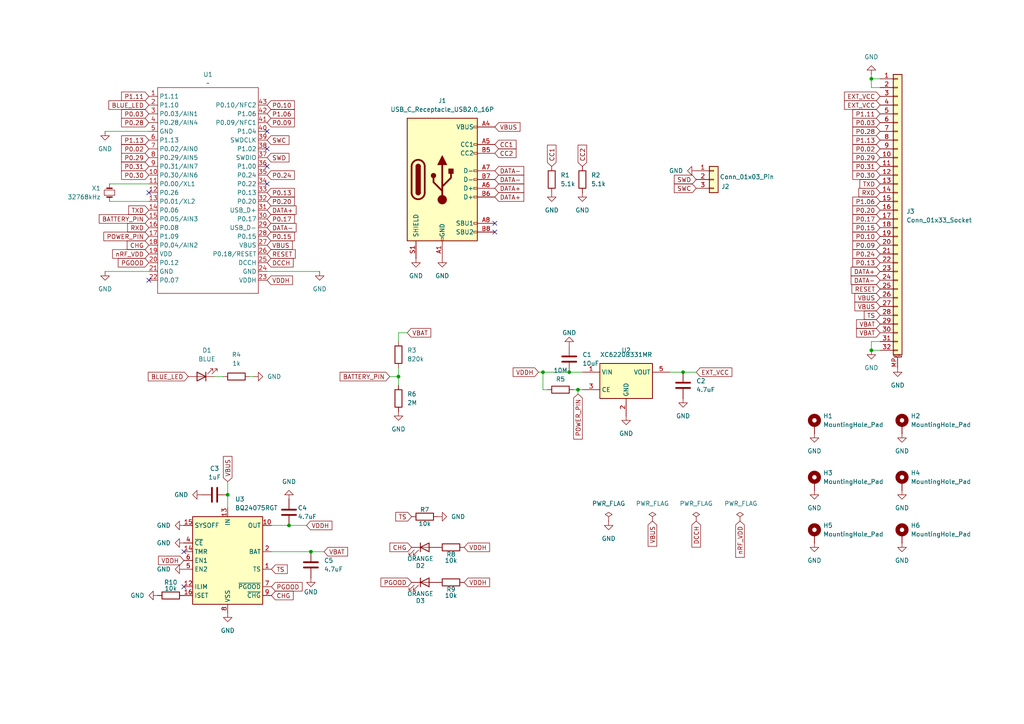
<source format=kicad_sch>
(kicad_sch (version 20250114) (generator "eeschema") (generator_version "9.0")
  (paper "A4")
  (lib_symbols
    (symbol "Battery_Management:BQ24075RGT"
      (property "Reference" "U" (at -8.89 13.97 0))
      (property "Value" "BQ24075RGT" (at 16.51 13.97 0))
      (symbol "BQ24075RGT_1_1"
        (pin input line (at -12.7 10.16 0) (length 2.54) (name "SYSOFF") (number "15"))
        (pin input line (at -12.7 5.08 0) (length 2.54) (name "~{CE}") (number "4"))
        (pin input line (at -12.7 2.54 0) (length 2.54) (name "TMR") (number "14"))
        (pin input line (at -12.7 0 0) (length 2.54) (name "EN1") (number "6"))
        (pin input line (at -12.7 -2.54 0) (length 2.54) (name "EN2") (number "5"))
        (pin passive line (at -12.7 -7.62 0) (length 2.54) (name "ILIM") (number "12"))
        (pin passive line (at -12.7 -10.16 0) (length 2.54) (name "ISET") (number "16"))
        (pin power_in line (at 0 15.24 270) (length 2.54) (name "IN") (number "13"))
        (pin passive line (at 0 -15.24 90) (length 2.54) (hide yes) (name "VSS") (number "17"))
        (pin power_in line (at 0 -15.24 90) (length 2.54) (name "VSS") (number "8"))
        (pin power_out line (at 12.7 10.16 180) (length 2.54) (name "OUT") (number "10"))
        (pin passive line (at 12.7 10.16 180) (length 2.54) (hide yes) (name "OUT") (number "11"))
        (pin power_out line (at 12.7 2.54 180) (length 2.54) (name "BAT") (number "2"))
        (pin passive line (at 12.7 2.54 180) (length 2.54) (hide yes) (name "BAT") (number "3"))
        (pin passive line (at 12.7 -2.54 180) (length 2.54) (name "TS") (number "1"))
        (pin open_collector line (at 12.7 -7.62 180) (length 2.54) (name "~{PGOOD}") (number "7"))
        (pin open_collector line (at 12.7 -10.16 180) (length 2.54) (name "~{CHG}") (number "9"))
      )
    )
    (symbol "Connector:USB_C_Receptacle_USB2.0_16P" (pin_names (offset 1.016))
      (property "Reference" "J" (at 0 22.225 0))
      (property "Value" "USB_C_Receptacle_USB2.0_16P" (at 0 19.685 0))
      (symbol "USB_C_Receptacle_USB2.0_16P_1_1"
        (pin passive line (at -7.62 -22.86 90) (length 5.08) (name "SHIELD") (number "S1"))
        (pin passive line (at 0 -22.86 90) (length 5.08) (name "GND") (number "A1"))
        (pin passive line (at 0 -22.86 90) (length 5.08) (hide yes) (name "GND") (number "A12"))
        (pin passive line (at 0 -22.86 90) (length 5.08) (hide yes) (name "GND") (number "B1"))
        (pin passive line (at 0 -22.86 90) (length 5.08) (hide yes) (name "GND") (number "B12"))
        (pin passive line (at 15.24 15.24 180) (length 5.08) (name "VBUS") (number "A4"))
        (pin passive line (at 15.24 15.24 180) (length 5.08) (hide yes) (name "VBUS") (number "A9"))
        (pin passive line (at 15.24 15.24 180) (length 5.08) (hide yes) (name "VBUS") (number "B4"))
        (pin passive line (at 15.24 15.24 180) (length 5.08) (hide yes) (name "VBUS") (number "B9"))
        (pin bidirectional line (at 15.24 10.16 180) (length 5.08) (name "CC1") (number "A5"))
        (pin bidirectional line (at 15.24 7.62 180) (length 5.08) (name "CC2") (number "B5"))
        (pin bidirectional line (at 15.24 2.54 180) (length 5.08) (name "D-") (number "A7"))
        (pin bidirectional line (at 15.24 0 180) (length 5.08) (name "D-") (number "B7"))
        (pin bidirectional line (at 15.24 -2.54 180) (length 5.08) (name "D+") (number "A6"))
        (pin bidirectional line (at 15.24 -5.08 180) (length 5.08) (name "D+") (number "B6"))
        (pin bidirectional line (at 15.24 -12.7 180) (length 5.08) (name "SBU1") (number "A8"))
        (pin bidirectional line (at 15.24 -15.24 180) (length 5.08) (name "SBU2") (number "B8"))
      )
    )
    (symbol "Connector_Generic:Conn_01x03" (pin_names (offset 1.016) (hide yes))
      (property "Reference" "J" (at 0 5.08 0))
      (property "Value" "Conn_01x03" (at 0 -5.08 0))
      (symbol "Conn_01x03_1_1"
        (pin passive line (at -5.08 2.54 0) (length 3.81) (name "Pin_1") (number "1"))
        (pin passive line (at -5.08 0 0) (length 3.81) (name "Pin_2") (number "2"))
        (pin passive line (at -5.08 -2.54 0) (length 3.81) (name "Pin_3") (number "3"))
      )
    )
    (symbol "Connector_Generic_MountingPin:Conn_01x32_MountingPin" (pin_names (offset 1.016) (hide yes))
      (property "Reference" "J" (at 0 40.64 0))
      (property "Value" "Conn_01x32_MountingPin" (at 1.27 -43.18 0))
      (symbol "Conn_01x32_MountingPin_1_1"
        (text "Mounting" (at 0 -42.291 0) (effects (font (size 0.381 0.381))))
        (pin passive line (at -5.08 38.1 0) (length 3.81) (name "Pin_1") (number "1"))
        (pin passive line (at -5.08 35.56 0) (length 3.81) (name "Pin_2") (number "2"))
        (pin passive line (at -5.08 33.02 0) (length 3.81) (name "Pin_3") (number "3"))
        (pin passive line (at -5.08 30.48 0) (length 3.81) (name "Pin_4") (number "4"))
        (pin passive line (at -5.08 27.94 0) (length 3.81) (name "Pin_5") (number "5"))
        (pin passive line (at -5.08 25.4 0) (length 3.81) (name "Pin_6") (number "6"))
        (pin passive line (at -5.08 22.86 0) (length 3.81) (name "Pin_7") (number "7"))
        (pin passive line (at -5.08 20.32 0) (length 3.81) (name "Pin_8") (number "8"))
        (pin passive line (at -5.08 17.78 0) (length 3.81) (name "Pin_9") (number "9"))
        (pin passive line (at -5.08 15.24 0) (length 3.81) (name "Pin_10") (number "10"))
        (pin passive line (at -5.08 12.7 0) (length 3.81) (name "Pin_11") (number "11"))
        (pin passive line (at -5.08 10.16 0) (length 3.81) (name "Pin_12") (number "12"))
        (pin passive line (at -5.08 7.62 0) (length 3.81) (name "Pin_13") (number "13"))
        (pin passive line (at -5.08 5.08 0) (length 3.81) (name "Pin_14") (number "14"))
        (pin passive line (at -5.08 2.54 0) (length 3.81) (name "Pin_15") (number "15"))
        (pin passive line (at -5.08 0 0) (length 3.81) (name "Pin_16") (number "16"))
        (pin passive line (at -5.08 -2.54 0) (length 3.81) (name "Pin_17") (number "17"))
        (pin passive line (at -5.08 -5.08 0) (length 3.81) (name "Pin_18") (number "18"))
        (pin passive line (at -5.08 -7.62 0) (length 3.81) (name "Pin_19") (number "19"))
        (pin passive line (at -5.08 -10.16 0) (length 3.81) (name "Pin_20") (number "20"))
        (pin passive line (at -5.08 -12.7 0) (length 3.81) (name "Pin_21") (number "21"))
        (pin passive line (at -5.08 -15.24 0) (length 3.81) (name "Pin_22") (number "22"))
        (pin passive line (at -5.08 -17.78 0) (length 3.81) (name "Pin_23") (number "23"))
        (pin passive line (at -5.08 -20.32 0) (length 3.81) (name "Pin_24") (number "24"))
        (pin passive line (at -5.08 -22.86 0) (length 3.81) (name "Pin_25") (number "25"))
        (pin passive line (at -5.08 -25.4 0) (length 3.81) (name "Pin_26") (number "26"))
        (pin passive line (at -5.08 -27.94 0) (length 3.81) (name "Pin_27") (number "27"))
        (pin passive line (at -5.08 -30.48 0) (length 3.81) (name "Pin_28") (number "28"))
        (pin passive line (at -5.08 -33.02 0) (length 3.81) (name "Pin_29") (number "29"))
        (pin passive line (at -5.08 -35.56 0) (length 3.81) (name "Pin_30") (number "30"))
        (pin passive line (at -5.08 -38.1 0) (length 3.81) (name "Pin_31") (number "31"))
        (pin passive line (at -5.08 -40.64 0) (length 3.81) (name "Pin_32") (number "32"))
        (pin passive line (at 0 -45.72 90) (length 3.048) (name "MountPin") (number "MP"))
      )
    )
    (symbol "Device:C" (pin_numbers (hide yes)) (pin_names (offset 0.254))
      (property "Reference" "C" (at 0.635 2.54 0))
      (property "Value" "C" (at 0.635 -2.54 0))
      (symbol "C_1_1"
        (pin passive line (at 0 3.81 270) (length 2.794) (name "~") (number "1"))
        (pin passive line (at 0 -3.81 90) (length 2.794) (name "~") (number "2"))
      )
    )
    (symbol "Device:Crystal_Small" (pin_numbers (hide yes)) (pin_names (offset 1.016) (hide yes))
      (property "Reference" "Y" (at 0 2.54 0))
      (property "Value" "Crystal_Small" (at 0 -2.54 0))
      (symbol "Crystal_Small_1_1"
        (pin passive line (at -2.54 0 0) (length 1.27) (name "1") (number "1"))
        (pin passive line (at 2.54 0 180) (length 1.27) (name "2") (number "2"))
      )
    )
    (symbol "Device:R" (pin_numbers (hide yes)) (pin_names (offset 0))
      (property "Reference" "R" (at 2.032 0 90))
      (property "Value" "R" (at 0 0 90))
      (symbol "R_1_1"
        (pin passive line (at 0 3.81 270) (length 1.27) (name "~") (number "1"))
        (pin passive line (at 0 -3.81 90) (length 1.27) (name "~") (number "2"))
      )
    )
    (symbol "GND_1" (power) (pin_numbers (hide yes)) (pin_names (offset 0) (hide yes))
      (property "Value" "GND" (at 0 -3.81 0))
      (symbol "GND_1_1_1"
        (pin power_in line (at 0 0 270) (length 0) (name "~") (number "1"))
      )
    )
    (symbol "GND_10" (power) (pin_numbers (hide yes)) (pin_names (offset 0) (hide yes))
      (property "Value" "GND" (at 0 -3.81 0))
      (symbol "GND_10_1_1"
        (pin power_in line (at 0 0 270) (length 0) (name "~") (number "1"))
      )
    )
    (symbol "GND_11" (power) (pin_numbers (hide yes)) (pin_names (offset 0) (hide yes))
      (property "Value" "GND" (at 0 -3.81 0))
      (symbol "GND_11_1_1"
        (pin power_in line (at 0 0 270) (length 0) (name "~") (number "1"))
      )
    )
    (symbol "GND_12" (power) (pin_numbers (hide yes)) (pin_names (offset 0) (hide yes))
      (property "Value" "GND" (at 0 -3.81 0))
      (symbol "GND_12_1_1"
        (pin power_in line (at 0 0 270) (length 0) (name "~") (number "1"))
      )
    )
    (symbol "GND_13" (power) (pin_numbers (hide yes)) (pin_names (offset 0) (hide yes))
      (property "Value" "GND" (at 0 -3.81 0))
      (symbol "GND_13_1_1"
        (pin power_in line (at 0 0 270) (length 0) (name "~") (number "1"))
      )
    )
    (symbol "GND_14" (power) (pin_numbers (hide yes)) (pin_names (offset 0) (hide yes))
      (property "Value" "GND" (at 0 -3.81 0))
      (symbol "GND_14_1_1"
        (pin power_in line (at 0 0 270) (length 0) (name "~") (number "1"))
      )
    )
    (symbol "GND_15" (power) (pin_numbers (hide yes)) (pin_names (offset 0) (hide yes))
      (property "Value" "GND" (at 0 -3.81 0))
      (symbol "GND_15_1_1"
        (pin power_in line (at 0 0 270) (length 0) (name "~") (number "1"))
      )
    )
    (symbol "GND_16" (power) (pin_numbers (hide yes)) (pin_names (offset 0) (hide yes))
      (property "Value" "GND" (at 0 -3.81 0))
      (symbol "GND_16_1_1"
        (pin power_in line (at 0 0 270) (length 0) (name "~") (number "1"))
      )
    )
    (symbol "GND_17" (power) (pin_numbers (hide yes)) (pin_names (offset 0) (hide yes))
      (property "Value" "GND" (at 0 -3.81 0))
      (symbol "GND_17_1_1"
        (pin power_in line (at 0 0 270) (length 0) (name "~") (number "1"))
      )
    )
    (symbol "GND_19" (power) (pin_numbers (hide yes)) (pin_names (offset 0) (hide yes))
      (property "Value" "GND" (at 0 -3.81 0))
      (symbol "GND_19_1_1"
        (pin power_in line (at 0 0 270) (length 0) (name "~") (number "1"))
      )
    )
    (symbol "GND_2" (power) (pin_numbers (hide yes)) (pin_names (offset 0) (hide yes))
      (property "Value" "GND" (at 0 -3.81 0))
      (symbol "GND_2_1_1"
        (pin power_in line (at 0 0 270) (length 0) (name "~") (number "1"))
      )
    )
    (symbol "GND_4" (power) (pin_numbers (hide yes)) (pin_names (offset 0) (hide yes))
      (property "Value" "GND" (at 0 -3.81 0))
      (symbol "GND_4_1_1"
        (pin power_in line (at 0 0 270) (length 0) (name "~") (number "1"))
      )
    )
    (symbol "GND_5" (power) (pin_numbers (hide yes)) (pin_names (offset 0) (hide yes))
      (property "Value" "GND" (at 0 -3.81 0))
      (symbol "GND_5_1_1"
        (pin power_in line (at 0 0 270) (length 0) (name "~") (number "1"))
      )
    )
    (symbol "GND_6" (power) (pin_numbers (hide yes)) (pin_names (offset 0) (hide yes))
      (property "Value" "GND" (at 0 -3.81 0))
      (symbol "GND_6_1_1"
        (pin power_in line (at 0 0 270) (length 0) (name "~") (number "1"))
      )
    )
    (symbol "GND_8" (power) (pin_numbers (hide yes)) (pin_names (offset 0) (hide yes))
      (property "Value" "GND" (at 0 -3.81 0))
      (symbol "GND_8_1_1"
        (pin power_in line (at 0 0 270) (length 0) (name "~") (number "1"))
      )
    )
    (symbol "GND_9" (power) (pin_numbers (hide yes)) (pin_names (offset 0) (hide yes))
      (property "Value" "GND" (at 0 -3.81 0))
      (symbol "GND_9_1_1"
        (pin power_in line (at 0 0 270) (length 0) (name "~") (number "1"))
      )
    )
    (symbol "LED_1" (pin_numbers (hide yes)) (pin_names (offset 1.016) (hide yes))
      (property "Reference" "D" (at 0 2.54 0))
      (property "Value" "LED" (at 0 -2.54 0))
      (symbol "LED_1_1_1"
        (pin passive line (at -3.81 0 0) (length 2.54) (name "K") (number "1"))
        (pin passive line (at 3.81 0 180) (length 2.54) (name "A") (number "2"))
      )
    )
    (symbol "LED_2" (pin_numbers (hide yes)) (pin_names (offset 1.016) (hide yes))
      (property "Reference" "D" (at 0 2.54 0))
      (property "Value" "LED" (at 0 -2.54 0))
      (symbol "LED_2_1_1"
        (pin passive line (at -3.81 0 0) (length 2.54) (name "K") (number "1"))
        (pin passive line (at 3.81 0 180) (length 2.54) (name "A") (number "2"))
      )
    )
    (symbol "Library:E73-2G4M08S1C-52840"
      (property "Reference" "U" (at 0 0 0))
      (symbol "E73-2G4M08S1C-52840_1_1"
        (pin input line (at -17.78 27.94 0) (length 2.54) (name "P1.11") (number "1"))
        (pin input line (at -17.78 25.4 0) (length 2.54) (name "P1.10") (number "2"))
        (pin input line (at -17.78 22.86 0) (length 2.54) (name "P0.03/AIN1") (number "3"))
        (pin input line (at -17.78 20.32 0) (length 2.54) (name "P0.28/AIN4") (number "4"))
        (pin power_in line (at -17.78 17.78 0) (length 2.54) (name "GND") (number "5"))
        (pin input line (at -17.78 15.24 0) (length 2.54) (name "P1.13") (number "6"))
        (pin input line (at -17.78 12.7 0) (length 2.54) (name "P0.02/AIN0") (number "7"))
        (pin input line (at -17.78 10.16 0) (length 2.54) (name "P0.29/AIN5") (number "8"))
        (pin input line (at -17.78 7.62 0) (length 2.54) (name "P0.31/AIN7") (number "9"))
        (pin input line (at -17.78 5.08 0) (length 2.54) (name "P0.30/AIN6") (number "10"))
        (pin input line (at -17.78 2.54 0) (length 2.54) (name "P0.00/XL1") (number "11"))
        (pin input line (at -17.78 0 0) (length 2.54) (name "P0.26") (number "12"))
        (pin input line (at -17.78 -2.54 0) (length 2.54) (name "P0.01/XL2") (number "13"))
        (pin input line (at -17.78 -5.08 0) (length 2.54) (name "P0.06") (number "14"))
        (pin input line (at -17.78 -7.62 0) (length 2.54) (name "P0.05/AIN3") (number "15"))
        (pin input line (at -17.78 -10.16 0) (length 2.54) (name "P0.08") (number "16"))
        (pin input line (at -17.78 -12.7 0) (length 2.54) (name "P1.09") (number "17"))
        (pin input line (at -17.78 -15.24 0) (length 2.54) (name "P0.04/AIN2") (number "18"))
        (pin power_in line (at -17.78 -17.78 0) (length 2.54) (name "VDD") (number "19"))
        (pin input line (at -17.78 -20.32 0) (length 2.54) (name "P0.12") (number "20"))
        (pin power_in line (at -17.78 -22.86 0) (length 2.54) (name "GND") (number "21"))
        (pin input line (at -17.78 -25.4 0) (length 2.54) (name "P0.07") (number "22"))
        (pin input line (at 16.51 25.4 180) (length 2.54) (name "P0.10/NFC2") (number "43"))
        (pin input line (at 16.51 22.86 180) (length 2.54) (name "P1.06") (number "42"))
        (pin input line (at 16.51 20.32 180) (length 2.54) (name "P0.09/NFC1") (number "41"))
        (pin input line (at 16.51 17.78 180) (length 2.54) (name "P1.04") (number "40"))
        (pin input line (at 16.51 15.24 180) (length 2.54) (name "SWDCLK") (number "39"))
        (pin input line (at 16.51 12.7 180) (length 2.54) (name "P1.02") (number "38"))
        (pin input line (at 16.51 10.16 180) (length 2.54) (name "SWDIO") (number "37"))
        (pin input line (at 16.51 7.62 180) (length 2.54) (name "P1.00") (number "36"))
        (pin input line (at 16.51 5.08 180) (length 2.54) (name "P0.24") (number "35"))
        (pin input line (at 16.51 2.54 180) (length 2.54) (name "P0.22") (number "34"))
        (pin input line (at 16.51 0 180) (length 2.54) (name "P0.13") (number "33"))
        (pin input line (at 16.51 -2.54 180) (length 2.54) (name "P0.20") (number "32"))
        (pin input line (at 16.51 -5.08 180) (length 2.54) (name "USB_D+") (number "31"))
        (pin input line (at 16.51 -7.62 180) (length 2.54) (name "P0.17") (number "30"))
        (pin input line (at 16.51 -10.16 180) (length 2.54) (name "USB_D-") (number "29"))
        (pin input line (at 16.51 -12.7 180) (length 2.54) (name "P0.15") (number "28"))
        (pin power_in line (at 16.51 -15.24 180) (length 2.54) (name "VBUS") (number "27"))
        (pin input line (at 16.51 -17.78 180) (length 2.54) (name "P0.18/RESET") (number "26"))
        (pin power_in line (at 16.51 -20.32 180) (length 2.54) (name "DCCH") (number "25"))
        (pin power_in line (at 16.51 -22.86 180) (length 2.54) (name "GND") (number "24"))
        (pin power_in line (at 16.51 -25.4 180) (length 2.54) (name "VDDH") (number "23"))
      )
    )
    (symbol "Mechanical:MountingHole_Pad" (pin_numbers (hide yes)) (pin_names (offset 1.016) (hide yes)) (in_bom no)
      (property "Reference" "H" (at 0 6.35 0))
      (property "Value" "MountingHole_Pad" (at 0 4.445 0))
      (symbol "MountingHole_Pad_1_1"
        (pin input line (at 0 -2.54 90) (length 2.54) (name "1") (number "1"))
      )
    )
    (symbol "Regulator_Linear:XC6220B331MR"
      (property "Reference" "U" (at 0 8.89 0))
      (property "Value" "XC6220B331MR" (at 0 6.35 0))
      (symbol "XC6220B331MR_1_1"
        (pin power_in line (at -12.7 2.54 0) (length 5.08) (name "VIN") (number "1"))
        (pin input line (at -12.7 -2.54 0) (length 5.08) (name "CE") (number "3"))
        (pin power_in line (at 0 -10.16 90) (length 5.08) (name "GND") (number "2"))
        (pin no_connect line (at 7.62 -2.54 180) (length 5.08) (hide yes) (name "NC") (number "4"))
        (pin power_out line (at 12.7 2.54 180) (length 5.08) (name "VOUT") (number "5"))
      )
    )
    (symbol "power:GND" (power) (pin_numbers (hide yes)) (pin_names (offset 0) (hide yes))
      (property "Value" "GND" (at 0 -3.81 0))
      (symbol "GND_1_1"
        (pin power_in line (at 0 0 270) (length 0) (name "~") (number "1"))
      )
    )
    (symbol "power:PWR_FLAG" (power) (pin_numbers (hide yes)) (pin_names (offset 0) (hide yes))
      (property "Value" "PWR_FLAG" (at 0 3.81 0))
      (symbol "PWR_FLAG_0_0"
        (pin power_out line (at 0 0 90) (length 0) (name "~") (number "1"))
      )
    )
  )
  (junction (at 83.82 152.4))
  (junction (at 167.64 113.03))
  (junction (at 252.73 101.6))
  (junction (at 115.57 109.22))
  (junction (at 252.73 22.86))
  (junction (at 90.17 160.02))
  (junction (at 66.04 143.51))
  (junction (at 157.48 107.95))
  (junction (at 165.1 107.95))
  (junction (at 198.12 107.95))
  (no_connect (at 43.18 81.28))
  (no_connect (at 143.51 64.77))
  (no_connect (at 53.34 160.02))
  (no_connect (at 143.51 67.31))
  (no_connect (at 77.47 43.18))
  (no_connect (at 77.47 48.26))
  (no_connect (at 53.34 170.18))
  (no_connect (at 43.18 55.88))
  (no_connect (at 77.47 53.34))
  (no_connect (at 77.47 38.1))
  (wire (pts (xy 31.75 58.42) (xy 43.18 58.42)))
  (wire (pts (xy 64.77 109.22) (xy 62.23 109.22)))
  (wire (pts (xy 78.74 160.02) (xy 90.17 160.02)))
  (wire (pts (xy 252.73 99.06) (xy 255.27 99.06)))
  (wire (pts (xy 201.93 107.95) (xy 198.12 107.95)))
  (wire (pts (xy 66.04 139.7) (xy 66.04 143.51)))
  (wire (pts (xy 157.48 107.95) (xy 157.48 113.03)))
  (wire (pts (xy 165.1 107.95) (xy 168.91 107.95)))
  (wire (pts (xy 252.73 101.6) (xy 252.73 99.06)))
  (wire (pts (xy 158.75 113.03) (xy 157.48 113.03)))
  (wire (pts (xy 30.48 78.74) (xy 43.18 78.74)))
  (wire (pts (xy 83.82 152.4) (xy 88.9 152.4)))
  (wire (pts (xy 31.75 53.34) (xy 43.18 53.34)))
  (wire (pts (xy 252.73 22.86) (xy 252.73 25.4)))
  (wire (pts (xy 115.57 96.52) (xy 115.57 99.06)))
  (wire (pts (xy 115.57 106.68) (xy 115.57 109.22)))
  (wire (pts (xy 156.21 107.95) (xy 157.48 107.95)))
  (wire (pts (xy 198.12 107.95) (xy 194.31 107.95)))
  (wire (pts (xy 167.64 113.03) (xy 168.91 113.03)))
  (wire (pts (xy 252.73 101.6) (xy 255.27 101.6)))
  (wire (pts (xy 73.66 109.22) (xy 72.39 109.22)))
  (wire (pts (xy 66.04 143.51) (xy 66.04 147.32)))
  (wire (pts (xy 118.11 96.52) (xy 115.57 96.52)))
  (wire (pts (xy 78.74 152.4) (xy 83.82 152.4)))
  (wire (pts (xy 113.03 109.22) (xy 115.57 109.22)))
  (wire (pts (xy 252.73 21.59) (xy 252.73 22.86)))
  (wire (pts (xy 30.48 38.1) (xy 43.18 38.1)))
  (wire (pts (xy 90.17 160.02) (xy 93.98 160.02)))
  (wire (pts (xy 255.27 22.86) (xy 252.73 22.86)))
  (wire (pts (xy 166.37 113.03) (xy 167.64 113.03)))
  (wire (pts (xy 92.71 78.74) (xy 77.47 78.74)))
  (wire (pts (xy 115.57 109.22) (xy 115.57 111.76)))
  (wire (pts (xy 167.64 114.3) (xy 167.64 113.03)))
  (wire (pts (xy 157.48 107.95) (xy 165.1 107.95)))
  (wire (pts (xy 252.73 25.4) (xy 255.27 25.4)))
  (global_label "VDDH" (shape input) (at 88.9 152.4 0) (property "Intersheetrefs" "${INTERSHEET_REFS}" (effects (hide yes))))
  (global_label "DATA+" (shape input) (at 77.47 60.96 0) (property "Intersheetrefs" "${INTERSHEET_REFS}" (effects (hide yes))))
  (global_label "VBAT" (shape input) (at 255.27 96.52 180) (property "Intersheetrefs" "${INTERSHEET_REFS}" (effects (hide yes))))
  (global_label "BATTERY_PIN" (shape input) (at 43.18 63.5 180) (property "Intersheetrefs" "${INTERSHEET_REFS}" (effects (hide yes))))
  (global_label "CHG" (shape input) (at 43.18 71.12 180) (property "Intersheetrefs" "${INTERSHEET_REFS}" (effects (hide yes))))
  (global_label "CHG" (shape input) (at 119.38 158.75 180) (property "Intersheetrefs" "${INTERSHEET_REFS}" (effects (hide yes))))
  (global_label "PGOOD" (shape input) (at 119.38 168.91 180) (property "Intersheetrefs" "${INTERSHEET_REFS}" (effects (hide yes))))
  (global_label "VBUS" (shape input) (at 189.23 151.13 270) (property "Intersheetrefs" "${INTERSHEET_REFS}" (effects (hide yes))))
  (global_label "DATA-" (shape input) (at 255.27 81.28 180) (property "Intersheetrefs" "${INTERSHEET_REFS}" (effects (hide yes))))
  (global_label "P1.06" (shape input) (at 77.47 33.02 0) (property "Intersheetrefs" "${INTERSHEET_REFS}" (effects (hide yes))))
  (global_label "P0.29" (shape input) (at 255.27 45.72 180) (property "Intersheetrefs" "${INTERSHEET_REFS}" (effects (hide yes))))
  (global_label "DATA+" (shape input) (at 255.27 78.74 180) (property "Intersheetrefs" "${INTERSHEET_REFS}" (effects (hide yes))))
  (global_label "TXD" (shape input) (at 255.27 53.34 180) (property "Intersheetrefs" "${INTERSHEET_REFS}" (effects (hide yes))))
  (global_label "P0.10" (shape input) (at 77.47 30.48 0) (property "Intersheetrefs" "${INTERSHEET_REFS}" (effects (hide yes))))
  (global_label "RESET" (shape input) (at 255.27 83.82 180) (property "Intersheetrefs" "${INTERSHEET_REFS}" (effects (hide yes))))
  (global_label "P1.13" (shape input) (at 255.27 40.64 180) (property "Intersheetrefs" "${INTERSHEET_REFS}" (effects (hide yes))))
  (global_label "P1.13" (shape input) (at 43.18 40.64 180) (property "Intersheetrefs" "${INTERSHEET_REFS}" (effects (hide yes))))
  (global_label "VBUS" (shape input) (at 77.47 71.12 0) (property "Intersheetrefs" "${INTERSHEET_REFS}" (effects (hide yes))))
  (global_label "P0.30" (shape input) (at 255.27 50.8 180) (property "Intersheetrefs" "${INTERSHEET_REFS}" (effects (hide yes))))
  (global_label "P0.28" (shape input) (at 43.18 35.56 180) (property "Intersheetrefs" "${INTERSHEET_REFS}" (effects (hide yes))))
  (global_label "VDDH" (shape input) (at 77.47 81.28 0) (property "Intersheetrefs" "${INTERSHEET_REFS}" (effects (hide yes))))
  (global_label "BATTERY_PIN" (shape input) (at 113.03 109.22 180) (property "Intersheetrefs" "${INTERSHEET_REFS}" (effects (hide yes))))
  (global_label "VBUS" (shape input) (at 255.27 86.36 180) (property "Intersheetrefs" "${INTERSHEET_REFS}" (effects (hide yes))))
  (global_label "VDDH" (shape input) (at 53.34 162.56 180) (property "Intersheetrefs" "${INTERSHEET_REFS}" (effects (hide yes))))
  (global_label "P0.20" (shape input) (at 255.27 60.96 180) (property "Intersheetrefs" "${INTERSHEET_REFS}" (effects (hide yes))))
  (global_label "EXT_VCC" (shape input) (at 255.27 30.48 180) (property "Intersheetrefs" "${INTERSHEET_REFS}" (effects (hide yes))))
  (global_label "P0.31" (shape input) (at 43.18 48.26 180) (property "Intersheetrefs" "${INTERSHEET_REFS}" (effects (hide yes))))
  (global_label "nRF_VDD" (shape input) (at 43.18 73.66 180) (property "Intersheetrefs" "${INTERSHEET_REFS}" (effects (hide yes))))
  (global_label "DATA+" (shape input) (at 143.51 57.15 0) (property "Intersheetrefs" "${INTERSHEET_REFS}" (effects (hide yes))))
  (global_label "P0.13" (shape input) (at 77.47 55.88 0) (property "Intersheetrefs" "${INTERSHEET_REFS}" (effects (hide yes))))
  (global_label "VDDH" (shape input) (at 156.21 107.95 180) (property "Intersheetrefs" "${INTERSHEET_REFS}" (effects (hide yes))))
  (global_label "nRF_VDD" (shape input) (at 214.63 151.13 270) (property "Intersheetrefs" "${INTERSHEET_REFS}" (effects (hide yes))))
  (global_label "VBUS" (shape input) (at 255.27 88.9 180) (property "Intersheetrefs" "${INTERSHEET_REFS}" (effects (hide yes))))
  (global_label "VDDH" (shape input) (at 134.62 158.75 0) (property "Intersheetrefs" "${INTERSHEET_REFS}" (effects (hide yes))))
  (global_label "P0.15" (shape input) (at 77.47 68.58 0) (property "Intersheetrefs" "${INTERSHEET_REFS}" (effects (hide yes))))
  (global_label "CHG" (shape input) (at 78.74 172.72 0) (property "Intersheetrefs" "${INTERSHEET_REFS}" (effects (hide yes))))
  (global_label "CC1" (shape input) (at 143.51 41.91 0) (property "Intersheetrefs" "${INTERSHEET_REFS}" (effects (hide yes))))
  (global_label "P0.20" (shape input) (at 77.47 58.42 0) (property "Intersheetrefs" "${INTERSHEET_REFS}" (effects (hide yes))))
  (global_label "SWC" (shape input) (at 201.93 54.61 180) (property "Intersheetrefs" "${INTERSHEET_REFS}" (effects (hide yes))))
  (global_label "P0.10" (shape input) (at 255.27 68.58 180) (property "Intersheetrefs" "${INTERSHEET_REFS}" (effects (hide yes))))
  (global_label "RXD" (shape input) (at 43.18 66.04 180) (property "Intersheetrefs" "${INTERSHEET_REFS}" (effects (hide yes))))
  (global_label "PGOOD" (shape input) (at 43.18 76.2 180) (property "Intersheetrefs" "${INTERSHEET_REFS}" (effects (hide yes))))
  (global_label "SWC" (shape input) (at 77.47 40.64 0) (property "Intersheetrefs" "${INTERSHEET_REFS}" (effects (hide yes))))
  (global_label "VBAT" (shape input) (at 255.27 93.98 180) (property "Intersheetrefs" "${INTERSHEET_REFS}" (effects (hide yes))))
  (global_label "CC2" (shape input) (at 168.91 48.26 90) (property "Intersheetrefs" "${INTERSHEET_REFS}" (effects (hide yes))))
  (global_label "BLUE_LED" (shape input) (at 54.61 109.22 180) (property "Intersheetrefs" "${INTERSHEET_REFS}" (effects (hide yes))))
  (global_label "POWER_PIN" (shape input) (at 43.18 68.58 180) (property "Intersheetrefs" "${INTERSHEET_REFS}" (effects (hide yes))))
  (global_label "TXD" (shape input) (at 43.18 60.96 180) (property "Intersheetrefs" "${INTERSHEET_REFS}" (effects (hide yes))))
  (global_label "DATA-" (shape input) (at 143.51 52.07 0) (property "Intersheetrefs" "${INTERSHEET_REFS}" (effects (hide yes))))
  (global_label "P0.03" (shape input) (at 255.27 35.56 180) (property "Intersheetrefs" "${INTERSHEET_REFS}" (effects (hide yes))))
  (global_label "SWD" (shape input) (at 201.93 52.07 180) (property "Intersheetrefs" "${INTERSHEET_REFS}" (effects (hide yes))))
  (global_label "P0.29" (shape input) (at 43.18 45.72 180) (property "Intersheetrefs" "${INTERSHEET_REFS}" (effects (hide yes))))
  (global_label "P0.17" (shape input) (at 77.47 63.5 0) (property "Intersheetrefs" "${INTERSHEET_REFS}" (effects (hide yes))))
  (global_label "EXT_VCC" (shape input) (at 255.27 27.94 180) (property "Intersheetrefs" "${INTERSHEET_REFS}" (effects (hide yes))))
  (global_label "RESET" (shape input) (at 77.47 73.66 0) (property "Intersheetrefs" "${INTERSHEET_REFS}" (effects (hide yes))))
  (global_label "DATA-" (shape input) (at 143.51 49.53 0) (property "Intersheetrefs" "${INTERSHEET_REFS}" (effects (hide yes))))
  (global_label "DCCH" (shape input) (at 77.47 76.2 0) (property "Intersheetrefs" "${INTERSHEET_REFS}" (effects (hide yes))))
  (global_label "P0.09" (shape input) (at 255.27 71.12 180) (property "Intersheetrefs" "${INTERSHEET_REFS}" (effects (hide yes))))
  (global_label "TS" (shape input) (at 255.27 91.44 180) (property "Intersheetrefs" "${INTERSHEET_REFS}" (effects (hide yes))))
  (global_label "P0.02" (shape input) (at 255.27 43.18 180) (property "Intersheetrefs" "${INTERSHEET_REFS}" (effects (hide yes))))
  (global_label "P0.31" (shape input) (at 255.27 48.26 180) (property "Intersheetrefs" "${INTERSHEET_REFS}" (effects (hide yes))))
  (global_label "P0.02" (shape input) (at 43.18 43.18 180) (property "Intersheetrefs" "${INTERSHEET_REFS}" (effects (hide yes))))
  (global_label "P0.03" (shape input) (at 43.18 33.02 180) (property "Intersheetrefs" "${INTERSHEET_REFS}" (effects (hide yes))))
  (global_label "TS" (shape input) (at 119.38 149.86 180) (property "Intersheetrefs" "${INTERSHEET_REFS}" (effects (hide yes))))
  (global_label "DATA-" (shape input) (at 77.47 66.04 0) (property "Intersheetrefs" "${INTERSHEET_REFS}" (effects (hide yes))))
  (global_label "P1.06" (shape input) (at 255.27 58.42 180) (property "Intersheetrefs" "${INTERSHEET_REFS}" (effects (hide yes))))
  (global_label "SWD" (shape input) (at 77.47 45.72 0) (property "Intersheetrefs" "${INTERSHEET_REFS}" (effects (hide yes))))
  (global_label "P0.24" (shape input) (at 77.47 50.8 0) (property "Intersheetrefs" "${INTERSHEET_REFS}" (effects (hide yes))))
  (global_label "BLUE_LED" (shape input) (at 43.18 30.48 180) (property "Intersheetrefs" "${INTERSHEET_REFS}" (effects (hide yes))))
  (global_label "RXD" (shape input) (at 255.27 55.88 180) (property "Intersheetrefs" "${INTERSHEET_REFS}" (effects (hide yes))))
  (global_label "PGOOD" (shape input) (at 78.74 170.18 0) (property "Intersheetrefs" "${INTERSHEET_REFS}" (effects (hide yes))))
  (global_label "DATA+" (shape input) (at 143.51 54.61 0) (property "Intersheetrefs" "${INTERSHEET_REFS}" (effects (hide yes))))
  (global_label "P0.13" (shape input) (at 255.27 76.2 180) (property "Intersheetrefs" "${INTERSHEET_REFS}" (effects (hide yes))))
  (global_label "POWER_PIN" (shape input) (at 167.64 114.3 270) (property "Intersheetrefs" "${INTERSHEET_REFS}" (effects (hide yes))))
  (global_label "P1.11" (shape input) (at 43.18 27.94 180) (property "Intersheetrefs" "${INTERSHEET_REFS}" (effects (hide yes))))
  (global_label "P0.24" (shape input) (at 255.27 73.66 180) (property "Intersheetrefs" "${INTERSHEET_REFS}" (effects (hide yes))))
  (global_label "VBUS" (shape input) (at 66.04 139.7 90) (property "Intersheetrefs" "${INTERSHEET_REFS}" (effects (hide yes))))
  (global_label "P0.15" (shape input) (at 255.27 66.04 180) (property "Intersheetrefs" "${INTERSHEET_REFS}" (effects (hide yes))))
  (global_label "CC1" (shape input) (at 160.02 48.26 90) (property "Intersheetrefs" "${INTERSHEET_REFS}" (effects (hide yes))))
  (global_label "TS" (shape input) (at 78.74 165.1 0) (property "Intersheetrefs" "${INTERSHEET_REFS}" (effects (hide yes))))
  (global_label "VBUS" (shape input) (at 143.51 36.83 0) (property "Intersheetrefs" "${INTERSHEET_REFS}" (effects (hide yes))))
  (global_label "P0.28" (shape input) (at 255.27 38.1 180) (property "Intersheetrefs" "${INTERSHEET_REFS}" (effects (hide yes))))
  (global_label "P0.09" (shape input) (at 77.47 35.56 0) (property "Intersheetrefs" "${INTERSHEET_REFS}" (effects (hide yes))))
  (global_label "EXT_VCC" (shape input) (at 201.93 107.95 0) (property "Intersheetrefs" "${INTERSHEET_REFS}" (effects (hide yes))))
  (global_label "CC2" (shape input) (at 143.51 44.45 0) (property "Intersheetrefs" "${INTERSHEET_REFS}" (effects (hide yes))))
  (global_label "VDDH" (shape input) (at 134.62 168.91 0) (property "Intersheetrefs" "${INTERSHEET_REFS}" (effects (hide yes))))
  (global_label "P1.11" (shape input) (at 255.27 33.02 180) (property "Intersheetrefs" "${INTERSHEET_REFS}" (effects (hide yes))))
  (global_label "VBAT" (shape input) (at 118.11 96.52 0) (property "Intersheetrefs" "${INTERSHEET_REFS}" (effects (hide yes))))
  (global_label "P0.30" (shape input) (at 43.18 50.8 180) (property "Intersheetrefs" "${INTERSHEET_REFS}" (effects (hide yes))))
  (global_label "P0.17" (shape input) (at 255.27 63.5 180) (property "Intersheetrefs" "${INTERSHEET_REFS}" (effects (hide yes))))
  (global_label "DCCH" (shape input) (at 201.93 151.13 270) (property "Intersheetrefs" "${INTERSHEET_REFS}" (effects (hide yes))))
  (global_label "VBAT" (shape input) (at 93.98 160.02 0) (property "Intersheetrefs" "${INTERSHEET_REFS}" (effects (hide yes))))
  (symbol (lib_name "GND_14") (lib_id "power:GND") (at 83.82 144.78 180) (unit 1)
    (property "Reference" "#PWR021" (effects (hide yes)))
    (property "Value" "GND" (at 83.82 139.7 0))
    (property "Description" "Power symbol creates a global label with name \"GND\" , ground" (effects (hide yes)))
  )
  (symbol (lib_name "GND_4") (lib_id "power:GND") (at 30.48 78.74 0) (unit 1)
    (property "Reference" "#PWR07" (effects (hide yes)))
    (property "Value" "GND" (at 30.48 83.82 0))
    (property "Description" "Power symbol creates a global label with name \"GND\" , ground" (effects (hide yes)))
  )
  (symbol (lib_id "Device:C") (at 62.23 143.51 90) (unit 1)
    (property "Reference" "C3" (at 62.23 135.89 90))
    (property "Value" "1uF" (at 62.23 138.43 90))
    (property "Footprint" "Capacitor_SMD:C_0603_1608Metric" (effects (hide yes)))
    (property "Description" "Unpolarized capacitor" (effects (hide yes)))
  )
  (symbol (lib_id "Battery_Management:BQ24075RGT") (at 66.04 162.56 0) (unit 1)
    (property "Reference" "U3" (at 68.1833 144.78 0) (effects (justify left)))
    (property "Value" "BQ24075RGT" (at 68.1833 147.32 0) (effects (justify left)))
    (property "Footprint" "Package_DFN_QFN:VQFN-16-1EP_3x3mm_P0.5mm_EP1.6x1.6mm" (effects (hide yes)))
    (property "Datasheet" "http://www.ti.com/lit/ds/symlink/bq24075.pdf" (effects (hide yes)))
    (property "Description" "USB-Friendly Li-Ion Battery Charger and Power-Path Management, VQFN-16" (effects (hide yes)))
  )
  (symbol (lib_id "Mechanical:MountingHole_Pad") (at 261.62 139.7 0) (unit 1) (in_bom no)
    (property "Reference" "H4" (at 264.16 137.1599 0) (effects (justify left)))
    (property "Value" "MountingHole_Pad" (at 264.16 139.6999 0) (effects (justify left)))
    (property "Footprint" "MountingHole:MountingHole_2.2mm_M2_ISO7380_Pad_TopBottom" (effects (hide yes)))
    (property "Description" "Mounting Hole with connection" (effects (hide yes)))
  )
  (symbol (lib_id "Regulator_Linear:XC6220B331MR") (at 181.61 110.49 0) (unit 1)
    (property "Reference" "U2" (at 181.61 101.6 0))
    (property "Value" "XC6220B331MR" (at 181.61 102.87 0))
    (property "Footprint" "Package_TO_SOT_SMD:SOT-23-5" (effects (hide yes)))
    (property "Datasheet" "https://www.torexsemi.com/file/xc6220/XC6220.pdf" (effects (hide yes)))
    (property "Description" "1A, Low Drop-out Voltage Regulator, Fixed Output 3.3V, SOT-23-5" (effects (hide yes)))
  )
  (symbol (lib_id "power:GND") (at 261.62 142.24 0) (unit 1)
    (property "Reference" "#PWR019" (effects (hide yes)))
    (property "Value" "GND" (at 261.62 147.32 0))
    (property "Description" "Power symbol creates a global label with name \"GND\" , ground" (effects (hide yes)))
  )
  (symbol (lib_id "Device:R") (at 130.81 158.75 90) (unit 1)
    (property "Reference" "R8" (at 130.81 160.782 90))
    (property "Value" "10k" (at 130.81 162.56 90))
    (property "Footprint" "Resistor_SMD:R_0402_1005Metric" (effects (hide yes)))
    (property "Description" "Resistor" (effects (hide yes)))
  )
  (symbol (lib_id "Connector_Generic_MountingPin:Conn_01x32_MountingPin") (at 260.35 60.96 0) (unit 1)
    (property "Reference" "J3" (at 262.89 61.3155 0) (effects (justify left)))
    (property "Value" "Conn_01x33_Socket" (at 262.89 63.8555 0) (effects (justify left)))
    (property "Footprint" "Connector_FFC-FPC:Hirose_FH12-32S-0.5SH_1x32-1MP_P0.50mm_Horizontal" (effects (hide yes)))
    (property "Description" "Generic connectable mounting pin connector, single row, 01x32, script generated (kicad-library-utils/schlib/autogen/connector/)" (effects (hide yes)))
  )
  (symbol (lib_id "power:GND") (at 252.73 101.6 0) (unit 1)
    (property "Reference" "#PWR010" (effects (hide yes)))
    (property "Value" "GND" (at 252.73 106.68 0))
    (property "Description" "Power symbol creates a global label with name \"GND\" , ground" (effects (hide yes)))
  )
  (symbol (lib_id "Device:R") (at 168.91 52.07 0) (unit 1)
    (property "Reference" "R2" (at 171.45 50.7999 0) (effects (justify left)))
    (property "Value" "5.1k" (at 171.45 53.3399 0) (effects (justify left)))
    (property "Footprint" "Resistor_SMD:R_0402_1005Metric" (effects (hide yes)))
    (property "Description" "Resistor" (effects (hide yes)))
  )
  (symbol (lib_name "GND_11") (lib_id "power:GND") (at 53.34 165.1 270) (unit 1)
    (property "Reference" "#PWR028" (effects (hide yes)))
    (property "Value" "GND" (at 49.53 165.0999 90) (effects (justify right)))
    (property "Description" "Power symbol creates a global label with name \"GND\" , ground" (effects (hide yes)))
  )
  (symbol (lib_id "power:GND") (at 261.62 125.73 0) (unit 1)
    (property "Reference" "#PWR017" (effects (hide yes)))
    (property "Value" "GND" (at 261.62 130.81 0))
    (property "Description" "Power symbol creates a global label with name \"GND\" , ground" (effects (hide yes)))
  )
  (symbol (lib_name "LED_2") (lib_id "Device:LED") (at 58.42 109.22 180) (unit 1)
    (property "Reference" "D1" (at 60.0075 101.6 0))
    (property "Value" "BLUE" (at 60.0075 104.14 0))
    (property "Footprint" "LED_SMD:LED_0603_1608Metric" (effects (hide yes)))
    (property "Description" "Light emitting diode" (effects (hide yes)))
    (property "Sim.Pins" "1=K 2=A" (effects (hide yes)))
  )
  (symbol (lib_name "GND_2") (lib_id "power:GND") (at 120.65 74.93 0) (unit 1)
    (property "Reference" "#PWR032" (effects (hide yes)))
    (property "Value" "GND" (at 120.65 80.01 0))
    (property "Description" "Power symbol creates a global label with name \"GND\" , ground" (effects (hide yes)))
  )
  (symbol (lib_id "Device:C") (at 198.12 111.76 180) (unit 1)
    (property "Reference" "C2" (at 201.93 110.4899 0) (effects (justify right)))
    (property "Value" "4.7uF" (at 201.93 113.0299 0) (effects (justify right)))
    (property "Footprint" "Capacitor_SMD:C_0603_1608Metric" (effects (hide yes)))
    (property "Description" "Unpolarized capacitor" (effects (hide yes)))
  )
  (symbol (lib_id "power:GND") (at 201.93 49.53 270) (unit 1)
    (property "Reference" "#PWR03" (effects (hide yes)))
    (property "Value" "GND" (at 198.12 49.5301 90) (effects (justify right)))
    (property "Description" "Power symbol creates a global label with name \"GND\" , ground" (effects (hide yes)))
  )
  (symbol (lib_name "GND_2") (lib_id "power:GND") (at 128.27 74.93 0) (unit 1)
    (property "Reference" "#PWR06" (effects (hide yes)))
    (property "Value" "GND" (at 128.27 80.01 0))
    (property "Description" "Power symbol creates a global label with name \"GND\" , ground" (effects (hide yes)))
  )
  (symbol (lib_id "Mechanical:MountingHole_Pad") (at 236.22 139.7 0) (unit 1) (in_bom no)
    (property "Reference" "H3" (at 238.76 137.1599 0) (effects (justify left)))
    (property "Value" "MountingHole_Pad" (at 238.76 139.6999 0) (effects (justify left)))
    (property "Footprint" "MountingHole:MountingHole_2.2mm_M2_ISO7380_Pad_TopBottom" (effects (hide yes)))
    (property "Description" "Mounting Hole with connection" (effects (hide yes)))
  )
  (symbol (lib_id "power:GND") (at 176.53 151.13 0) (unit 1)
    (property "Reference" "#PWR023" (effects (hide yes)))
    (property "Value" "GND" (at 176.53 156.21 0))
    (property "Description" "Power symbol creates a global label with name \"GND\" , ground" (effects (hide yes)))
  )
  (symbol (lib_id "power:GND") (at 236.22 125.73 0) (unit 1)
    (property "Reference" "#PWR016" (effects (hide yes)))
    (property "Value" "GND" (at 236.22 130.81 0))
    (property "Description" "Power symbol creates a global label with name \"GND\" , ground" (effects (hide yes)))
  )
  (symbol (lib_name "LED_1") (lib_id "Device:LED") (at 123.19 158.75 0) (unit 1)
    (property "Reference" "D2" (at 121.92 164.084 0))
    (property "Value" "ORANGE" (at 121.92 162.052 0))
    (property "Footprint" "LED_SMD:LED_0603_1608Metric" (effects (hide yes)))
    (property "Description" "Light emitting diode" (effects (hide yes)))
    (property "Sim.Pins" "1=K 2=A" (effects (hide yes)))
  )
  (symbol (lib_id "Mechanical:MountingHole_Pad") (at 261.62 154.94 0) (unit 1) (in_bom no)
    (property "Reference" "H6" (at 264.16 152.3999 0) (effects (justify left)))
    (property "Value" "MountingHole_Pad" (at 264.16 154.9399 0) (effects (justify left)))
    (property "Footprint" "MountingHole:MountingHole_2.2mm_M2_ISO7380_Pad_TopBottom" (effects (hide yes)))
    (property "Description" "Mounting Hole with connection" (effects (hide yes)))
  )
  (symbol (lib_id "power:GND") (at 236.22 157.48 0) (unit 1)
    (property "Reference" "#PWR026" (effects (hide yes)))
    (property "Value" "GND" (at 236.22 162.56 0))
    (property "Description" "Power symbol creates a global label with name \"GND\" , ground" (effects (hide yes)))
  )
  (symbol (lib_id "power:PWR_FLAG") (at 176.53 151.13 0) (unit 1)
    (property "Reference" "#FLG01" (effects (hide yes)))
    (property "Value" "PWR_FLAG" (at 176.53 146.05 0))
    (property "Description" "Special symbol for telling ERC where power comes from" (effects (hide yes)))
  )
  (symbol (lib_id "Mechanical:MountingHole_Pad") (at 236.22 123.19 0) (unit 1) (in_bom no)
    (property "Reference" "H1" (at 238.76 120.6499 0) (effects (justify left)))
    (property "Value" "MountingHole_Pad" (at 238.76 123.1899 0) (effects (justify left)))
    (property "Footprint" "MountingHole:MountingHole_2.2mm_M2_ISO7380_Pad_TopBottom" (effects (hide yes)))
    (property "Description" "Mounting Hole with connection" (effects (hide yes)))
  )
  (symbol (lib_name "GND_12") (lib_id "power:GND") (at 53.34 152.4 270) (unit 1)
    (property "Reference" "#PWR024" (effects (hide yes)))
    (property "Value" "GND" (at 49.53 152.3999 90) (effects (justify right)))
    (property "Description" "Power symbol creates a global label with name \"GND\" , ground" (effects (hide yes)))
  )
  (symbol (lib_name "GND_10") (lib_id "power:GND") (at 165.1 100.33 180) (unit 1)
    (property "Reference" "#PWR09" (effects (hide yes)))
    (property "Value" "GND" (at 165.1 96.52 0))
    (property "Description" "Power symbol creates a global label with name \"GND\" , ground" (effects (hide yes)))
  )
  (symbol (lib_name "GND_8") (lib_id "power:GND") (at 181.61 120.65 0) (unit 1)
    (property "Reference" "#PWR015" (effects (hide yes)))
    (property "Value" "GND" (at 181.61 125.73 0))
    (property "Description" "Power symbol creates a global label with name \"GND\" , ground" (effects (hide yes)))
  )
  (symbol (lib_id "power:GND") (at 160.02 55.88 0) (unit 1)
    (property "Reference" "#PWR04" (effects (hide yes)))
    (property "Value" "GND" (at 160.02 60.96 0))
    (property "Description" "Power symbol creates a global label with name \"GND\" , ground" (effects (hide yes)))
  )
  (symbol (lib_name "GND_15") (lib_id "power:GND") (at 127 149.86 90) (unit 1)
    (property "Reference" "#PWR022" (effects (hide yes)))
    (property "Value" "GND" (at 130.81 149.8599 90) (effects (justify right)))
    (property "Description" "Power symbol creates a global label with name \"GND\" , ground" (effects (hide yes)))
  )
  (symbol (lib_name "GND_16") (lib_id "power:GND") (at 53.34 157.48 270) (unit 1)
    (property "Reference" "#PWR025" (effects (hide yes)))
    (property "Value" "GND" (at 49.53 157.4799 90) (effects (justify right)))
    (property "Description" "Power symbol creates a global label with name \"GND\" , ground" (effects (hide yes)))
  )
  (symbol (lib_name "GND_17") (lib_id "power:GND") (at 45.72 172.72 270) (unit 1)
    (property "Reference" "#PWR030" (effects (hide yes)))
    (property "Value" "GND" (at 41.91 172.7199 90) (effects (justify right)))
    (property "Description" "Power symbol creates a global label with name \"GND\" , ground" (effects (hide yes)))
  )
  (symbol (lib_id "power:GND") (at 236.22 142.24 0) (unit 1)
    (property "Reference" "#PWR018" (effects (hide yes)))
    (property "Value" "GND" (at 236.22 147.32 0))
    (property "Description" "Power symbol creates a global label with name \"GND\" , ground" (effects (hide yes)))
  )
  (symbol (lib_id "Mechanical:MountingHole_Pad") (at 261.62 123.19 0) (unit 1) (in_bom no)
    (property "Reference" "H2" (at 264.16 120.6499 0) (effects (justify left)))
    (property "Value" "MountingHole_Pad" (at 264.16 123.1899 0) (effects (justify left)))
    (property "Footprint" "MountingHole:MountingHole_2.2mm_M2_ISO7380_Pad_TopBottom" (effects (hide yes)))
    (property "Description" "Mounting Hole with connection" (effects (hide yes)))
  )
  (symbol (lib_id "power:GND") (at 252.73 21.59 180) (unit 1)
    (property "Reference" "#PWR01" (effects (hide yes)))
    (property "Value" "GND" (at 252.73 16.51 0))
    (property "Description" "Power symbol creates a global label with name \"GND\" , ground" (effects (hide yes)))
  )
  (symbol (lib_id "Device:R") (at 162.56 113.03 270) (unit 1)
    (property "Reference" "R5" (at 162.56 109.982 90))
    (property "Value" "10M" (at 162.56 107.442 90))
    (property "Footprint" "Resistor_SMD:R_0402_1005Metric" (effects (hide yes)))
    (property "Description" "Resistor" (effects (hide yes)))
  )
  (symbol (lib_id "power:PWR_FLAG") (at 201.93 151.13 0) (unit 1)
    (property "Reference" "#FLG03" (effects (hide yes)))
    (property "Value" "PWR_FLAG" (at 201.93 146.05 0))
    (property "Description" "Special symbol for telling ERC where power comes from" (effects (hide yes)))
  )
  (symbol (lib_id "Library:E73-2G4M08S1C-52840") (at 60.96 55.88 0) (unit 1)
    (property "Reference" "U1" (at 60.325 21.59 0))
    (property "Value" "~" (at 60.325 24.13 0))
    (property "Footprint" "Library:E73-2G4M08S1C-52840" (effects (hide yes)))
  )
  (symbol (lib_id "power:PWR_FLAG") (at 214.63 151.13 0) (unit 1)
    (property "Reference" "#FLG04" (effects (hide yes)))
    (property "Value" "PWR_FLAG" (at 210.058 146.05 0) (effects (justify left)))
    (property "Description" "Special symbol for telling ERC where power comes from" (effects (hide yes)))
  )
  (symbol (lib_id "Connector_Generic:Conn_01x03") (at 207.01 52.07 0) (unit 1)
    (property "Reference" "J2" (at 211.582 54.102 0) (effects (justify right)))
    (property "Value" "Conn_01x03_Pin" (at 224.536 51.308 0) (effects (justify right)))
    (property "Footprint" "Connector_PinHeader_1.00mm:PinHeader_1x03_P1.00mm_Vertical" (effects (hide yes)))
    (property "Description" "Generic connector, single row, 01x03, script generated (kicad-library-utils/schlib/autogen/connector/)" (effects (hide yes)))
  )
  (symbol (lib_name "GND_6") (lib_id "power:GND") (at 30.48 38.1 0) (unit 1)
    (property "Reference" "#PWR02" (effects (hide yes)))
    (property "Value" "GND" (at 30.48 43.18 0))
    (property "Description" "Power symbol creates a global label with name \"GND\" , ground" (effects (hide yes)))
  )
  (symbol (lib_id "Device:R") (at 160.02 52.07 0) (unit 1)
    (property "Reference" "R1" (at 162.56 50.7999 0) (effects (justify left)))
    (property "Value" "5.1k" (at 162.56 53.3399 0) (effects (justify left)))
    (property "Footprint" "Resistor_SMD:R_0402_1005Metric" (effects (hide yes)))
    (property "Description" "Resistor" (effects (hide yes)))
  )
  (symbol (lib_name "GND_19") (lib_id "power:GND") (at 58.42 143.51 270) (unit 1)
    (property "Reference" "#PWR020" (effects (hide yes)))
    (property "Value" "GND" (at 54.61 143.5099 90) (effects (justify right)))
    (property "Description" "Power symbol creates a global label with name \"GND\" , ground" (effects (hide yes)))
  )
  (symbol (lib_id "Device:R") (at 115.57 102.87 0) (unit 1)
    (property "Reference" "R3" (at 118.11 101.5999 0) (effects (justify left)))
    (property "Value" "820k" (at 118.11 104.1399 0) (effects (justify left)))
    (property "Footprint" "Resistor_SMD:R_0402_1005Metric" (effects (hide yes)))
    (property "Description" "Resistor" (effects (hide yes)))
  )
  (symbol (lib_id "Device:C") (at 83.82 148.59 0) (unit 1)
    (property "Reference" "C4" (at 86.36 147.32 0) (effects (justify left)))
    (property "Value" "4.7uF" (at 86.36 149.86 0) (effects (justify left)))
    (property "Footprint" "Capacitor_SMD:C_0603_1608Metric" (effects (hide yes)))
    (property "Description" "Unpolarized capacitor" (effects (hide yes)))
  )
  (symbol (lib_id "Device:R") (at 49.53 172.72 270) (unit 1)
    (property "Reference" "R10" (at 49.53 168.91 90))
    (property "Value" "10k" (at 49.53 170.688 90))
    (property "Footprint" "Resistor_SMD:R_0402_1005Metric" (effects (hide yes)))
    (property "Description" "Resistor" (effects (hide yes)))
  )
  (symbol (lib_id "power:GND") (at 90.17 167.64 0) (unit 1)
    (property "Reference" "#PWR029" (effects (hide yes)))
    (property "Value" "GND" (at 90.17 171.704 0))
    (property "Description" "Power symbol creates a global label with name \"GND\" , ground" (effects (hide yes)))
  )
  (symbol (lib_id "Device:C") (at 165.1 104.14 0) (unit 1)
    (property "Reference" "C1" (at 168.91 102.8699 0) (effects (justify left)))
    (property "Value" "10uF" (at 168.91 105.4099 0) (effects (justify left)))
    (property "Footprint" "Capacitor_SMD:C_0603_1608Metric" (effects (hide yes)))
    (property "Description" "Unpolarized capacitor" (effects (hide yes)))
  )
  (symbol (lib_name "GND_9") (lib_id "power:GND") (at 198.12 115.57 0) (unit 1)
    (property "Reference" "#PWR013" (effects (hide yes)))
    (property "Value" "GND" (at 198.12 120.65 0))
    (property "Description" "Power symbol creates a global label with name \"GND\" , ground" (effects (hide yes)))
  )
  (symbol (lib_id "Device:R") (at 123.19 149.86 270) (unit 1)
    (property "Reference" "R7" (at 123.19 147.828 90))
    (property "Value" "10k" (at 123.19 151.892 90))
    (property "Footprint" "Resistor_SMD:R_0402_1005Metric" (effects (hide yes)))
    (property "Description" "Resistor" (effects (hide yes)))
  )
  (symbol (lib_id "Device:R") (at 115.57 115.57 0) (unit 1)
    (property "Reference" "R6" (at 118.11 114.2999 0) (effects (justify left)))
    (property "Value" "2M" (at 118.11 116.8399 0) (effects (justify left)))
    (property "Footprint" "Resistor_SMD:R_0402_1005Metric" (effects (hide yes)))
    (property "Description" "Resistor" (effects (hide yes)))
  )
  (symbol (lib_id "Device:C") (at 90.17 163.83 0) (unit 1)
    (property "Reference" "C5" (at 93.98 162.5599 0) (effects (justify left)))
    (property "Value" "4.7uF" (at 93.98 165.0999 0) (effects (justify left)))
    (property "Footprint" "Capacitor_SMD:C_0603_1608Metric" (effects (hide yes)))
    (property "Description" "Unpolarized capacitor" (effects (hide yes)))
  )
  (symbol (lib_id "power:PWR_FLAG") (at 189.23 151.13 0) (unit 1)
    (property "Reference" "#FLG02" (effects (hide yes)))
    (property "Value" "PWR_FLAG" (at 189.23 146.05 0))
    (property "Description" "Special symbol for telling ERC where power comes from" (effects (hide yes)))
  )
  (symbol (lib_id "power:GND") (at 260.35 106.68 0) (unit 1)
    (property "Reference" "#PWR011" (effects (hide yes)))
    (property "Value" "GND" (at 260.35 111.76 0))
    (property "Description" "Power symbol creates a global label with name \"GND\" , ground" (effects (hide yes)))
  )
  (symbol (lib_name "GND_5") (lib_id "power:GND") (at 92.71 78.74 0) (unit 1)
    (property "Reference" "#PWR08" (effects (hide yes)))
    (property "Value" "GND" (at 92.71 83.82 0))
    (property "Description" "Power symbol creates a global label with name \"GND\" , ground" (effects (hide yes)))
  )
  (symbol (lib_id "Device:R") (at 130.81 168.91 90) (unit 1)
    (property "Reference" "R9" (at 130.81 170.942 90))
    (property "Value" "10k" (at 130.81 172.72 90))
    (property "Footprint" "Resistor_SMD:R_0402_1005Metric" (effects (hide yes)))
    (property "Description" "Resistor" (effects (hide yes)))
  )
  (symbol (lib_id "Connector:USB_C_Receptacle_USB2.0_16P") (at 128.27 52.07 0) (unit 1)
    (property "Reference" "J1" (at 128.27 29.21 0))
    (property "Value" "USB_C_Receptacle_USB2.0_16P" (at 128.27 31.75 0))
    (property "Footprint" "Connector_USB:USB_C_Receptacle_HCTL_HC-TYPE-C-16P-01A" (effects (hide yes)))
    (property "Datasheet" "https://www.usb.org/sites/default/files/documents/usb_type-c.zip" (effects (hide yes)))
    (property "Description" "USB 2.0-only 16P Type-C Receptacle connector" (effects (hide yes)))
  )
  (symbol (lib_id "Device:Crystal_Small") (at 31.75 55.88 90) (unit 1)
    (property "Reference" "X1" (at 29.21 54.6099 90) (effects (justify left)))
    (property "Value" "32768kHz" (at 29.21 57.1499 90) (effects (justify left)))
    (property "Footprint" "Crystal:Crystal_SMD_3215-2Pin_3.2x1.5mm" (effects (hide yes)))
  )
  (symbol (lib_id "power:GND") (at 115.57 119.38 0) (unit 1)
    (property "Reference" "#PWR014" (effects (hide yes)))
    (property "Value" "GND" (at 115.57 124.46 0))
    (property "Description" "Power symbol creates a global label with name \"GND\" , ground" (effects (hide yes)))
  )
  (symbol (lib_id "Device:R") (at 68.58 109.22 90) (unit 1)
    (property "Reference" "R4" (at 68.58 102.87 90))
    (property "Value" "1k" (at 68.58 105.41 90))
    (property "Footprint" "Resistor_SMD:R_0402_1005Metric" (effects (hide yes)))
    (property "Description" "Resistor" (effects (hide yes)))
  )
  (symbol (lib_id "power:GND") (at 261.62 157.48 0) (unit 1)
    (property "Reference" "#PWR027" (effects (hide yes)))
    (property "Value" "GND" (at 261.62 162.56 0))
    (property "Description" "Power symbol creates a global label with name \"GND\" , ground" (effects (hide yes)))
  )
  (symbol (lib_name "GND_1") (lib_id "power:GND") (at 73.66 109.22 90) (unit 1)
    (property "Reference" "#PWR012" (effects (hide yes)))
    (property "Value" "GND" (at 77.47 109.2199 90) (effects (justify right)))
    (property "Description" "Power symbol creates a global label with name \"GND\" , ground" (effects (hide yes)))
  )
  (symbol (lib_name "GND_13") (lib_id "power:GND") (at 66.04 177.8 0) (unit 1)
    (property "Reference" "#PWR031" (effects (hide yes)))
    (property "Value" "GND" (at 66.04 182.88 0))
    (property "Description" "Power symbol creates a global label with name \"GND\" , ground" (effects (hide yes)))
  )
  (symbol (lib_id "Mechanical:MountingHole_Pad") (at 236.22 154.94 0) (unit 1) (in_bom no)
    (property "Reference" "H5" (at 238.76 152.3999 0) (effects (justify left)))
    (property "Value" "MountingHole_Pad" (at 238.76 154.9399 0) (effects (justify left)))
    (property "Footprint" "MountingHole:MountingHole_2.2mm_M2_ISO7380_Pad_TopBottom" (effects (hide yes)))
    (property "Description" "Mounting Hole with connection" (effects (hide yes)))
  )
  (symbol (lib_name "LED_1") (lib_id "Device:LED") (at 123.19 168.91 0) (unit 1)
    (property "Reference" "D3" (at 121.92 174.244 0))
    (property "Value" "ORANGE" (at 121.92 172.212 0))
    (property "Footprint" "LED_SMD:LED_0603_1608Metric" (effects (hide yes)))
    (property "Description" "Light emitting diode" (effects (hide yes)))
    (property "Sim.Pins" "1=K 2=A" (effects (hide yes)))
  )
  (symbol (lib_id "power:GND") (at 168.91 55.88 0) (unit 1)
    (property "Reference" "#PWR05" (effects (hide yes)))
    (property "Value" "GND" (at 168.91 60.96 0))
    (property "Description" "Power symbol creates a global label with name \"GND\" , ground" (effects (hide yes)))
  )
)
</source>
